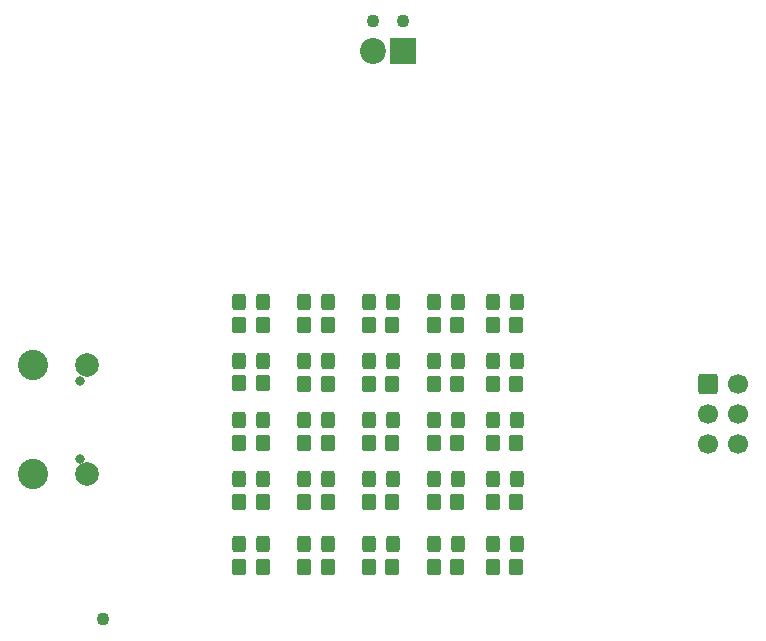
<source format=gbr>
%TF.GenerationSoftware,KiCad,Pcbnew,7.0.6-7.0.6~ubuntu20.04.1*%
%TF.CreationDate,2023-07-18T17:21:29-05:00*%
%TF.ProjectId,basic_microcontroller,62617369-635f-46d6-9963-726f636f6e74,rev?*%
%TF.SameCoordinates,Original*%
%TF.FileFunction,Soldermask,Bot*%
%TF.FilePolarity,Negative*%
%FSLAX46Y46*%
G04 Gerber Fmt 4.6, Leading zero omitted, Abs format (unit mm)*
G04 Created by KiCad (PCBNEW 7.0.6-7.0.6~ubuntu20.04.1) date 2023-07-18 17:21:29*
%MOMM*%
%LPD*%
G01*
G04 APERTURE LIST*
G04 Aperture macros list*
%AMRoundRect*
0 Rectangle with rounded corners*
0 $1 Rounding radius*
0 $2 $3 $4 $5 $6 $7 $8 $9 X,Y pos of 4 corners*
0 Add a 4 corners polygon primitive as box body*
4,1,4,$2,$3,$4,$5,$6,$7,$8,$9,$2,$3,0*
0 Add four circle primitives for the rounded corners*
1,1,$1+$1,$2,$3*
1,1,$1+$1,$4,$5*
1,1,$1+$1,$6,$7*
1,1,$1+$1,$8,$9*
0 Add four rect primitives between the rounded corners*
20,1,$1+$1,$2,$3,$4,$5,0*
20,1,$1+$1,$4,$5,$6,$7,0*
20,1,$1+$1,$6,$7,$8,$9,0*
20,1,$1+$1,$8,$9,$2,$3,0*%
G04 Aperture macros list end*
%ADD10C,1.100000*%
%ADD11R,2.200000X2.200000*%
%ADD12C,2.200000*%
%ADD13RoundRect,0.250000X-0.600000X-0.600000X0.600000X-0.600000X0.600000X0.600000X-0.600000X0.600000X0*%
%ADD14C,1.700000*%
%ADD15C,0.800000*%
%ADD16C,2.000000*%
%ADD17C,2.565000*%
%ADD18RoundRect,0.250000X0.325000X0.450000X-0.325000X0.450000X-0.325000X-0.450000X0.325000X-0.450000X0*%
%ADD19RoundRect,0.250000X0.350000X0.450000X-0.350000X0.450000X-0.350000X-0.450000X0.350000X-0.450000X0*%
G04 APERTURE END LIST*
D10*
%TO.C,J3*%
X151900000Y-66260000D03*
X149360000Y-66260000D03*
D11*
X151900000Y-68800000D03*
D12*
X149360000Y-68800000D03*
%TD*%
D13*
%TO.C,J2*%
X177747500Y-96955000D03*
D14*
X180287500Y-96955000D03*
X177747500Y-99495000D03*
X180287500Y-99495000D03*
X177747500Y-102035000D03*
X180287500Y-102035000D03*
%TD*%
D10*
%TO.C,S1*%
X126500000Y-116900000D03*
%TD*%
D15*
%TO.C,J1*%
X124540000Y-96700000D03*
X124540000Y-103300000D03*
D16*
X125100000Y-95390000D03*
D17*
X120600000Y-95390000D03*
D16*
X125100000Y-104610000D03*
D17*
X120600000Y-104610000D03*
%TD*%
D18*
%TO.C,D25*%
X145525000Y-110500000D03*
X143475000Y-110500000D03*
%TD*%
%TO.C,D13*%
X156525000Y-100000000D03*
X154475000Y-100000000D03*
%TD*%
D19*
%TO.C,R21*%
X145500000Y-102000000D03*
X143500000Y-102000000D03*
%TD*%
%TO.C,R24*%
X156500000Y-107000000D03*
X154500000Y-107000000D03*
%TD*%
D18*
%TO.C,D5*%
X145525000Y-90000000D03*
X143475000Y-90000000D03*
%TD*%
D19*
%TO.C,R18*%
X161500000Y-102000000D03*
X159500000Y-102000000D03*
%TD*%
D18*
%TO.C,D17*%
X161525000Y-105000000D03*
X159475000Y-105000000D03*
%TD*%
D19*
%TO.C,R20*%
X151000000Y-102000000D03*
X149000000Y-102000000D03*
%TD*%
D18*
%TO.C,D18*%
X156525000Y-105000000D03*
X154475000Y-105000000D03*
%TD*%
D19*
%TO.C,R15*%
X151000000Y-97000000D03*
X149000000Y-97000000D03*
%TD*%
%TO.C,R16*%
X145500000Y-97000000D03*
X143500000Y-97000000D03*
%TD*%
D18*
%TO.C,D23*%
X156525000Y-110500000D03*
X154475000Y-110500000D03*
%TD*%
D19*
%TO.C,R25*%
X151000000Y-107000000D03*
X149000000Y-107000000D03*
%TD*%
D18*
%TO.C,D4*%
X151025000Y-90000000D03*
X148975000Y-90000000D03*
%TD*%
%TO.C,D26*%
X140025000Y-110500000D03*
X137975000Y-110500000D03*
%TD*%
D19*
%TO.C,R12*%
X140000000Y-92000000D03*
X138000000Y-92000000D03*
%TD*%
D18*
%TO.C,D19*%
X151025000Y-105000000D03*
X148975000Y-105000000D03*
%TD*%
D19*
%TO.C,R23*%
X161500000Y-107000000D03*
X159500000Y-107000000D03*
%TD*%
%TO.C,R11*%
X145500000Y-92000000D03*
X143500000Y-92000000D03*
%TD*%
%TO.C,R8*%
X161500000Y-92000000D03*
X159500000Y-92000000D03*
%TD*%
%TO.C,R30*%
X151000000Y-112500000D03*
X149000000Y-112500000D03*
%TD*%
%TO.C,R29*%
X156500000Y-112500000D03*
X154500000Y-112500000D03*
%TD*%
D18*
%TO.C,D14*%
X151025000Y-100000000D03*
X148975000Y-100000000D03*
%TD*%
D19*
%TO.C,R14*%
X156500000Y-97000000D03*
X154500000Y-97000000D03*
%TD*%
%TO.C,R9*%
X156500000Y-92000000D03*
X154500000Y-92000000D03*
%TD*%
D18*
%TO.C,D10*%
X145525000Y-95000000D03*
X143475000Y-95000000D03*
%TD*%
%TO.C,D16*%
X140025000Y-100000000D03*
X137975000Y-100000000D03*
%TD*%
%TO.C,D21*%
X140025000Y-105000000D03*
X137975000Y-105000000D03*
%TD*%
D19*
%TO.C,R10*%
X151000000Y-92000000D03*
X149000000Y-92000000D03*
%TD*%
%TO.C,R13*%
X161500000Y-97000000D03*
X159500000Y-97000000D03*
%TD*%
D18*
%TO.C,D7*%
X161525000Y-95000000D03*
X159475000Y-95000000D03*
%TD*%
%TO.C,D12*%
X161525000Y-100000000D03*
X159475000Y-100000000D03*
%TD*%
%TO.C,D8*%
X156525000Y-95000000D03*
X154475000Y-95000000D03*
%TD*%
%TO.C,D20*%
X145525000Y-105000000D03*
X143475000Y-105000000D03*
%TD*%
D19*
%TO.C,R32*%
X140000000Y-112500000D03*
X138000000Y-112500000D03*
%TD*%
D18*
%TO.C,D22*%
X161525000Y-110500000D03*
X159475000Y-110500000D03*
%TD*%
%TO.C,D6*%
X140025000Y-90000000D03*
X137975000Y-90000000D03*
%TD*%
%TO.C,D24*%
X151025000Y-110500000D03*
X148975000Y-110500000D03*
%TD*%
D19*
%TO.C,R17*%
X140000000Y-96900000D03*
X138000000Y-96900000D03*
%TD*%
%TO.C,R26*%
X145500000Y-107000000D03*
X143500000Y-107000000D03*
%TD*%
D18*
%TO.C,D9*%
X151025000Y-95000000D03*
X148975000Y-95000000D03*
%TD*%
%TO.C,D2*%
X161525000Y-90000000D03*
X159475000Y-90000000D03*
%TD*%
D19*
%TO.C,R22*%
X140000000Y-102000000D03*
X138000000Y-102000000D03*
%TD*%
%TO.C,R31*%
X145500000Y-112500000D03*
X143500000Y-112500000D03*
%TD*%
D18*
%TO.C,D3*%
X156525000Y-90000000D03*
X154475000Y-90000000D03*
%TD*%
%TO.C,D11*%
X140025000Y-95000000D03*
X137975000Y-95000000D03*
%TD*%
D19*
%TO.C,R28*%
X161500000Y-112500000D03*
X159500000Y-112500000D03*
%TD*%
%TO.C,R19*%
X156500000Y-102000000D03*
X154500000Y-102000000D03*
%TD*%
D18*
%TO.C,D15*%
X145525000Y-100000000D03*
X143475000Y-100000000D03*
%TD*%
D19*
%TO.C,R27*%
X140000000Y-107000000D03*
X138000000Y-107000000D03*
%TD*%
M02*

</source>
